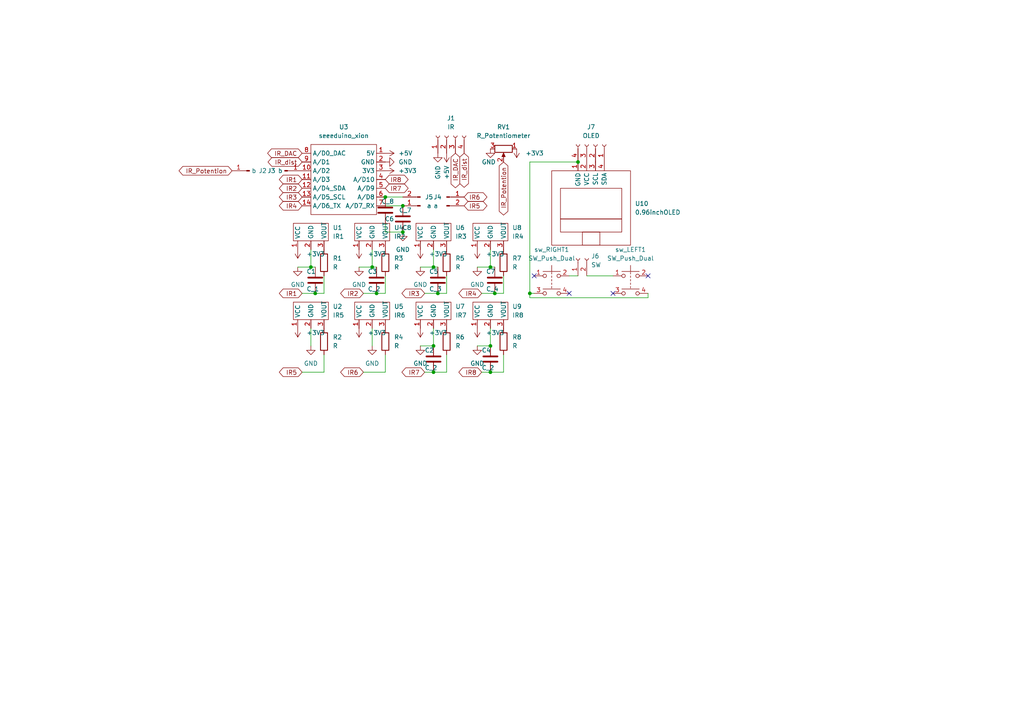
<source format=kicad_sch>
(kicad_sch (version 20211123) (generator eeschema)
  (paper "A4")
  (lib_symbols
    (symbol "Connector:Conn_01x01_Male" (pin_names (offset 1.016) hide)
      (property "Reference" "J" (at 0 2.54 0))
      (property "Value" "Conn_01x01_Male" (at 0 -2.54 0))
      (symbol "Conn_01x01_Male_1_1"
        (polyline (pts (xy 1.27 0) (xy 0.8636 0)) (stroke (width 0.1524)))
        (rectangle (start 0.8636 0.127) (end 0 -0.127) (stroke (width 0.1524)) (fill (type outline)))
        (pin passive line (at 5.08 0 180) (length 3.81) (name "Pin_1") (number "1"))
      )
    )
    (symbol "Connector:Conn_01x02_Female" (pin_names (offset 1.016) hide)
      (property "Reference" "J" (at 0 2.54 0))
      (property "Value" "Conn_01x02_Female" (at 0 -5.08 0))
      (symbol "Conn_01x02_Female_1_1"
        (arc (start 0 -2.032) (mid -0.508 -2.54) (end 0 -3.048) (stroke (width 0.1524)))
        (polyline (pts (xy -1.27 -2.54) (xy -0.508 -2.54)) (stroke (width 0.1524)))
        (polyline (pts (xy -1.27 0) (xy -0.508 0)) (stroke (width 0.1524)))
        (arc (start 0 0.508) (mid -0.508 0) (end 0 -0.508) (stroke (width 0.1524)))
        (pin passive line (at -5.08 0 0) (length 3.81) (name "Pin_1") (number "1"))
        (pin passive line (at -5.08 -2.54 0) (length 3.81) (name "Pin_2") (number "2"))
      )
    )
    (symbol "Connector:Conn_01x02_Male" (pin_names (offset 1.016) hide)
      (property "Reference" "J" (at 0 2.54 0))
      (property "Value" "Conn_01x02_Male" (at 0 -5.08 0))
      (symbol "Conn_01x02_Male_1_1"
        (polyline (pts (xy 1.27 -2.54) (xy 0.8636 -2.54)) (stroke (width 0.1524)))
        (polyline (pts (xy 1.27 0) (xy 0.8636 0)) (stroke (width 0.1524)))
        (rectangle (start 0.8636 -2.413) (end 0 -2.667) (stroke (width 0.1524)) (fill (type outline)))
        (rectangle (start 0.8636 0.127) (end 0 -0.127) (stroke (width 0.1524)) (fill (type outline)))
        (pin passive line (at 5.08 0 180) (length 3.81) (name "Pin_1") (number "1"))
        (pin passive line (at 5.08 -2.54 180) (length 3.81) (name "Pin_2") (number "2"))
      )
    )
    (symbol "Connector:Conn_01x04_Female" (pin_names (offset 1.016) hide)
      (property "Reference" "J" (at 0 5.08 0))
      (property "Value" "Conn_01x04_Female" (at 0 -7.62 0))
      (symbol "Conn_01x04_Female_1_1"
        (arc (start 0 -4.572) (mid -0.508 -5.08) (end 0 -5.588) (stroke (width 0.1524)))
        (arc (start 0 -2.032) (mid -0.508 -2.54) (end 0 -3.048) (stroke (width 0.1524)))
        (polyline (pts (xy -1.27 -5.08) (xy -0.508 -5.08)) (stroke (width 0.1524)))
        (polyline (pts (xy -1.27 -2.54) (xy -0.508 -2.54)) (stroke (width 0.1524)))
        (polyline (pts (xy -1.27 0) (xy -0.508 0)) (stroke (width 0.1524)))
        (polyline (pts (xy -1.27 2.54) (xy -0.508 2.54)) (stroke (width 0.1524)))
        (arc (start 0 0.508) (mid -0.508 0) (end 0 -0.508) (stroke (width 0.1524)))
        (arc (start 0 3.048) (mid -0.508 2.54) (end 0 2.032) (stroke (width 0.1524)))
        (pin passive line (at -5.08 2.54 0) (length 3.81) (name "Pin_1") (number "1"))
        (pin passive line (at -5.08 0 0) (length 3.81) (name "Pin_2") (number "2"))
        (pin passive line (at -5.08 -2.54 0) (length 3.81) (name "Pin_3") (number "3"))
        (pin passive line (at -5.08 -5.08 0) (length 3.81) (name "Pin_4") (number "4"))
      )
    )
    (symbol "Device:C" (pin_numbers hide) (pin_names (offset 0.254))
      (property "Reference" "C" (at 0.635 2.54 0))
      (property "Value" "C" (at 0.635 -2.54 0))
      (symbol "C_0_1"
        (polyline (pts (xy -2.032 -0.762) (xy 2.032 -0.762)) (stroke (width 0.508)))
        (polyline (pts (xy -2.032 0.762) (xy 2.032 0.762)) (stroke (width 0.508)))
      )
      (symbol "C_1_1"
        (pin passive line (at 0 3.81 270) (length 2.794) (name "~") (number "1"))
        (pin passive line (at 0 -3.81 90) (length 2.794) (name "~") (number "2"))
      )
    )
    (symbol "Device:R" (pin_numbers hide) (pin_names (offset 0))
      (property "Reference" "R" (at 2.032 0 90))
      (property "Value" "R" (at 0 0 90))
      (symbol "R_0_1"
        (rectangle (start -1.016 -2.54) (end 1.016 2.54) (stroke (width 0.254)))
      )
      (symbol "R_1_1"
        (pin passive line (at 0 3.81 270) (length 1.27) (name "~") (number "1"))
        (pin passive line (at 0 -3.81 90) (length 1.27) (name "~") (number "2"))
      )
    )
    (symbol "Device:R_Potentiometer" (pin_names (offset 1.016) hide)
      (property "Reference" "RV" (at -4.445 0 90))
      (property "Value" "R_Potentiometer" (at -2.54 0 90))
      (symbol "R_Potentiometer_0_1"
        (polyline (pts (xy 2.54 0) (xy 1.524 0)))
        (polyline (pts (xy 1.143 0) (xy 2.286 0.508) (xy 2.286 -0.508) (xy 1.143 0)) (fill (type outline)))
        (rectangle (start 1.016 2.54) (end -1.016 -2.54) (stroke (width 0.254)))
      )
      (symbol "R_Potentiometer_1_1"
        (pin passive line (at 0 3.81 270) (length 1.27) (name "1") (number "1"))
        (pin passive line (at 3.81 0 180) (length 1.27) (name "2") (number "2"))
        (pin passive line (at 0 -3.81 90) (length 1.27) (name "3") (number "3"))
      )
    )
    (symbol "IR_1"
      (property "Reference" "U1" (at 6.35 -2.5399 0))
      (property "Value" "IR_1" (at 6.35 -5.0799 0))
      (symbol "IR_1_0_1"
        (rectangle (start -5.08 -1.27) (end 5.08 -6.35))
      )
      (symbol "IR_1_1_1"
        (pin input line (at -3.81 -8.89 90) (length 2.54) (name "VCC") (number "1"))
        (pin input line (at 0 -8.89 90) (length 2.54) (name "GND") (number "2"))
        (pin input line (at 3.81 -8.89 90) (length 2.54) (name "VOUT") (number "3"))
      )
    )
    (symbol "OLED:0.96inchOLED"
      (property "Reference" "U" (at 0 0 0))
      (property "Value" "0.96inchOLED" (at 0 0 0))
      (symbol "0.96inchOLED_0_1"
        (rectangle (start -11.43 -7.62) (end 11.43 -29.21))
        (rectangle (start -8.89 -21.59) (end 8.89 -25.4))
        (rectangle (start -8.89 -12.7) (end 8.89 -21.59))
        (rectangle (start -2.54 -25.4) (end 2.54 -29.21))
      )
      (symbol "0.96inchOLED_1_1"
        (pin input line (at -3.81 -5.08 270) (length 2.54) (name "GND") (number "1"))
        (pin input line (at -1.27 -5.08 270) (length 2.54) (name "VCC") (number "2"))
        (pin input line (at 1.27 -5.08 270) (length 2.54) (name "SCL") (number "3"))
        (pin input line (at 3.81 -5.08 270) (length 2.54) (name "SDA") (number "4"))
      )
    )
    (symbol "Switch:SW_Push_Dual" (pin_names (offset 1.016) hide)
      (property "Reference" "SW" (at 1.27 2.54 0))
      (property "Value" "SW_Push_Dual" (at 0 -6.858 0))
      (symbol "SW_Push_Dual_0_1"
        (circle (center -2.032 -5.08) (radius 0.508))
        (circle (center -2.032 0) (radius 0.508))
        (polyline (pts (xy 0 -3.048) (xy 0 -3.556)))
        (polyline (pts (xy 0 -2.032) (xy 0 -2.54)))
        (polyline (pts (xy 0 -1.524) (xy 0 -1.016)))
        (polyline (pts (xy 0 -0.508) (xy 0 0)))
        (polyline (pts (xy 0 0.508) (xy 0 1.016)))
        (polyline (pts (xy 0 1.27) (xy 0 3.048)))
        (polyline (pts (xy 2.54 -3.81) (xy -2.54 -3.81)))
        (polyline (pts (xy 2.54 1.27) (xy -2.54 1.27)))
        (circle (center 2.032 -5.08) (radius 0.508))
        (circle (center 2.032 0) (radius 0.508))
        (pin passive line (at -5.08 0 0) (length 2.54) (name "1") (number "1"))
        (pin passive line (at 5.08 0 180) (length 2.54) (name "2") (number "2"))
        (pin passive line (at -5.08 -5.08 0) (length 2.54) (name "3") (number "3"))
        (pin passive line (at 5.08 -5.08 180) (length 2.54) (name "4") (number "4"))
      )
    )
    (symbol "power:+3V3" (power) (pin_names (offset 0))
      (property "Value" "+3V3" (at 0 3.556 0))
      (symbol "+3V3_0_1"
        (polyline (pts (xy -0.762 1.27) (xy 0 2.54)))
        (polyline (pts (xy 0 0) (xy 0 2.54)))
        (polyline (pts (xy 0 2.54) (xy 0.762 1.27)))
      )
      (symbol "+3V3_1_1"
        (pin power_in line (at 0 0 90) (length 0) hide (name "+3V3") (number "1"))
      )
    )
    (symbol "power:+5V" (power) (pin_names (offset 0))
      (property "Value" "+5V" (at 0 3.556 0))
      (symbol "+5V_0_1"
        (polyline (pts (xy -0.762 1.27) (xy 0 2.54)))
        (polyline (pts (xy 0 0) (xy 0 2.54)))
        (polyline (pts (xy 0 2.54) (xy 0.762 1.27)))
      )
      (symbol "+5V_1_1"
        (pin power_in line (at 0 0 90) (length 0) hide (name "+5V") (number "1"))
      )
    )
    (symbol "power:GND" (power) (pin_names (offset 0))
      (property "Value" "GND" (at 0 -3.81 0))
      (symbol "GND_0_1"
        (polyline (pts (xy 0 0) (xy 0 -1.27) (xy 1.27 -1.27) (xy 0 -2.54) (xy -1.27 -1.27) (xy 0 -1.27)))
      )
      (symbol "GND_1_1"
        (pin power_in line (at 0 0 270) (length 0) hide (name "GND") (number "1"))
      )
    )
    (symbol "seeeduino_xiao:seeeduino_xion"
      (property "Reference" "U" (at 0 0 0))
      (property "Value" "seeeduino_xion" (at 0 0 0))
      (symbol "seeeduino_xion_0_1"
        (rectangle (start -10.16 -1.27) (end 8.89 -21.59))
      )
      (symbol "seeeduino_xion_1_1"
        (pin input line (at 11.43 -3.81 180) (length 2.54) (name "5V") (number "1"))
        (pin input line (at -12.7 -8.89 0) (length 2.54) (name "A/D2") (number "10"))
        (pin input line (at -12.7 -11.43 0) (length 2.54) (name "A/D3") (number "11"))
        (pin input line (at -12.7 -13.97 0) (length 2.54) (name "A/D4_SDA") (number "12"))
        (pin input line (at -12.7 -16.51 0) (length 2.54) (name "A/D5_SCL") (number "13"))
        (pin input line (at -12.7 -19.05 0) (length 2.54) (name "A/D6_TX") (number "14"))
        (pin input line (at 11.43 -6.35 180) (length 2.54) (name "GND") (number "2"))
        (pin input line (at 11.43 -8.89 180) (length 2.54) (name "3V3") (number "3"))
        (pin input line (at 11.43 -11.43 180) (length 2.54) (name "A/D10") (number "4"))
        (pin input line (at 11.43 -13.97 180) (length 2.54) (name "A/D9") (number "5"))
        (pin input line (at 11.43 -16.51 180) (length 2.54) (name "A/D8") (number "6"))
        (pin input line (at 11.43 -19.05 180) (length 2.54) (name "A/D7_RX") (number "7"))
        (pin input line (at -12.7 -3.81 0) (length 2.54) (name "A/D0_DAC") (number "8"))
        (pin input line (at -12.7 -6.35 0) (length 2.54) (name "A/D1") (number "9"))
      )
    )
  )
  (junction (at 142.24 77.47))
  (junction (at 111.76 57.15))
  (junction (at 143.51 85.09))
  (junction (at 107.95 77.47))
  (junction (at 125.73 107.95))
  (junction (at 91.44 85.09))
  (junction (at 116.84 67.31))
  (junction (at 125.73 77.47))
  (junction (at 90.17 77.47))
  (junction (at 142.24 100.33))
  (junction (at 127 85.09))
  (junction (at 125.73 100.33))
  (junction (at 142.24 107.95))
  (junction (at 153.67 85.09))
  (junction (at 116.84 59.69))
  (junction (at 109.22 85.09))
  (junction (at 167.64 46.99))
  (no_connect (at 165.1 85.09))
  (no_connect (at 154.94 80.01))
  (no_connect (at 177.8 85.09))
  (no_connect (at 187.96 80.01))
  (wire (pts (xy 129.54 102.87) (xy 129.54 107.95)))
  (wire (pts (xy 93.98 80.01) (xy 93.98 85.09)))
  (wire (pts (xy 121.92 100.33) (xy 125.73 100.33)))
  (wire (pts (xy 187.96 86.36) (xy 187.96 85.09)))
  (wire (pts (xy 90.17 100.33) (xy 90.17 95.25)))
  (wire (pts (xy 91.44 85.09) (xy 93.98 85.09)))
  (wire (pts (xy 127 85.09) (xy 129.54 85.09)))
  (wire (pts (xy 165.1 80.01) (xy 167.64 80.01)))
  (wire (pts (xy 143.51 77.47) (xy 142.24 77.47)))
  (wire (pts (xy 105.41 85.09) (xy 109.22 85.09)))
  (wire (pts (xy 153.67 46.99) (xy 153.67 85.09)))
  (wire (pts (xy 111.76 67.31) (xy 116.84 67.31)))
  (wire (pts (xy 109.22 77.47) (xy 107.95 77.47)))
  (wire (pts (xy 153.67 85.09) (xy 153.67 86.36)))
  (wire (pts (xy 123.19 107.95) (xy 125.73 107.95)))
  (wire (pts (xy 167.64 46.99) (xy 153.67 46.99)))
  (wire (pts (xy 87.63 107.95) (xy 93.98 107.95)))
  (wire (pts (xy 139.7 107.95) (xy 142.24 107.95)))
  (wire (pts (xy 142.24 77.47) (xy 142.24 72.39)))
  (wire (pts (xy 129.54 80.01) (xy 129.54 85.09)))
  (wire (pts (xy 127 77.47) (xy 125.73 77.47)))
  (wire (pts (xy 107.95 77.47) (xy 107.95 72.39)))
  (wire (pts (xy 116.84 59.69) (xy 111.76 59.69)))
  (wire (pts (xy 142.24 100.33) (xy 142.24 95.25)))
  (wire (pts (xy 138.43 100.33) (xy 142.24 100.33)))
  (wire (pts (xy 111.76 80.01) (xy 111.76 85.09)))
  (wire (pts (xy 107.95 100.33) (xy 107.95 95.25)))
  (wire (pts (xy 93.98 102.87) (xy 93.98 107.95)))
  (wire (pts (xy 90.17 77.47) (xy 90.17 72.39)))
  (wire (pts (xy 146.05 102.87) (xy 146.05 107.95)))
  (wire (pts (xy 104.14 77.47) (xy 107.95 77.47)))
  (wire (pts (xy 146.05 80.01) (xy 146.05 85.09)))
  (wire (pts (xy 143.51 85.09) (xy 146.05 85.09)))
  (wire (pts (xy 138.43 77.47) (xy 142.24 77.47)))
  (wire (pts (xy 121.92 77.47) (xy 125.73 77.47)))
  (wire (pts (xy 116.84 57.15) (xy 111.76 57.15)))
  (wire (pts (xy 142.24 107.95) (xy 146.05 107.95)))
  (wire (pts (xy 125.73 107.95) (xy 129.54 107.95)))
  (wire (pts (xy 86.36 77.47) (xy 90.17 77.47)))
  (wire (pts (xy 153.67 85.09) (xy 154.94 85.09)))
  (wire (pts (xy 91.44 77.47) (xy 90.17 77.47)))
  (wire (pts (xy 111.76 64.77) (xy 111.76 67.31)))
  (wire (pts (xy 125.73 77.47) (xy 125.73 72.39)))
  (wire (pts (xy 139.7 85.09) (xy 143.51 85.09)))
  (wire (pts (xy 125.73 100.33) (xy 125.73 95.25)))
  (wire (pts (xy 111.76 102.87) (xy 111.76 107.95)))
  (wire (pts (xy 105.41 107.95) (xy 111.76 107.95)))
  (wire (pts (xy 87.63 85.09) (xy 91.44 85.09)))
  (wire (pts (xy 153.67 86.36) (xy 187.96 86.36)))
  (wire (pts (xy 170.18 80.01) (xy 177.8 80.01)))
  (wire (pts (xy 123.19 85.09) (xy 127 85.09)))
  (wire (pts (xy 109.22 85.09) (xy 111.76 85.09)))
  (global_label "IR8" (shape bidirectional) (at 139.7 107.95 180) (property "Intersheet References" "${INTERSHEET_REFS}" (effects hide)))
  (global_label "IR8" (shape bidirectional) (at 111.76 52.07 0) (property "Intersheet References" "${INTERSHEET_REFS}" (effects hide)))
  (global_label "IR_DAC" (shape bidirectional) (at 87.63 44.45 180) (property "Intersheet References" "${INTERSHEET_REFS}" (effects hide)))
  (global_label "IR6" (shape bidirectional) (at 134.62 57.15 0) (property "Intersheet References" "${INTERSHEET_REFS}" (effects hide)))
  (global_label "IR5" (shape bidirectional) (at 134.62 59.69 0) (property "Intersheet References" "${INTERSHEET_REFS}" (effects hide)))
  (global_label "IR5" (shape bidirectional) (at 87.63 107.95 180) (property "Intersheet References" "${INTERSHEET_REFS}" (effects hide)))
  (global_label "IR4" (shape bidirectional) (at 87.63 59.69 180) (property "Intersheet References" "${INTERSHEET_REFS}" (effects hide)))
  (global_label "IR2" (shape bidirectional) (at 105.41 85.09 180) (property "Intersheet References" "${INTERSHEET_REFS}" (effects hide)))
  (global_label "IR7" (shape bidirectional) (at 123.19 107.95 180) (property "Intersheet References" "${INTERSHEET_REFS}" (effects hide)))
  (global_label "IR_dist" (shape bidirectional) (at 134.62 44.45 270) (property "Intersheet References" "${INTERSHEET_REFS}" (effects hide)))
  (global_label "IR1" (shape bidirectional) (at 87.63 52.07 180) (property "Intersheet References" "${INTERSHEET_REFS}" (effects hide)))
  (global_label "IR1" (shape bidirectional) (at 87.63 85.09 180) (property "Intersheet References" "${INTERSHEET_REFS}" (effects hide)))
  (global_label "IR3" (shape bidirectional) (at 123.19 85.09 180) (property "Intersheet References" "${INTERSHEET_REFS}" (effects hide)))
  (global_label "IR3" (shape bidirectional) (at 87.63 57.15 180) (property "Intersheet References" "${INTERSHEET_REFS}" (effects hide)))
  (global_label "IR6" (shape bidirectional) (at 105.41 107.95 180) (property "Intersheet References" "${INTERSHEET_REFS}" (effects hide)))
  (global_label "IR_dist" (shape bidirectional) (at 87.63 46.99 180) (property "Intersheet References" "${INTERSHEET_REFS}" (effects hide)))
  (global_label "IR2" (shape bidirectional) (at 87.63 54.61 180) (property "Intersheet References" "${INTERSHEET_REFS}" (effects hide)))
  (global_label "IR_Potention" (shape bidirectional) (at 67.31 49.53 180) (property "Intersheet References" "${INTERSHEET_REFS}" (effects hide)))
  (global_label "IR7" (shape bidirectional) (at 111.76 54.61 0) (property "Intersheet References" "${INTERSHEET_REFS}" (effects hide)))
  (global_label "IR4" (shape bidirectional) (at 139.7 85.09 180) (property "Intersheet References" "${INTERSHEET_REFS}" (effects hide)))
  (global_label "IR_DAC" (shape bidirectional) (at 132.08 44.45 270) (property "Intersheet References" "${INTERSHEET_REFS}" (effects hide)))
  (global_label "IR_Potention" (shape bidirectional) (at 146.05 46.99 270) (property "Intersheet References" "${INTERSHEET_REFS}" (effects hide)))
  (symbol (lib_id "Device:R") (at 111.76 76.2 0) (unit 1)
    (property "Reference" "R3" (at 114.3 74.9299 0) (effects (justify left)))
    (property "Value" "R" (at 114.3 77.4699 0) (effects (justify left)))
    (property "Footprint" "MINE:R" (effects hide))
  )
  (symbol (lib_id "OLED:0.96inchOLED") (at 171.45 41.91 0) (unit 1)
    (property "Reference" "U10" (at 184.15 59.0549 0) (effects (justify left)))
    (property "Value" "0.96inchOLED" (at 184.15 61.5949 0) (effects (justify left)))
    (property "Footprint" "OLED:0.96inchOLED" (effects hide))
  )
  (symbol (lib_id "power:+3V3") (at 104.14 72.39 180) (unit 1)
    (property "Reference" "#PWR0102" (effects hide))
    (property "Value" "+3V3" (at 106.68 73.6599 0) (effects (justify right)))
  )
  (symbol (lib_id "Connector:Conn_01x01_Male") (at 82.55 49.53 0) (unit 1)
    (property "Reference" "J3" (at 78.74 49.53 0))
    (property "Value" "b" (at 81.28 49.53 0))
    (property "Footprint" "Connector_PinHeader_2.54mm:PinHeader_1x01_P2.54mm_Vertical" (effects hide))
  )
  (symbol (lib_id "Device:R") (at 146.05 76.2 0) (unit 1)
    (property "Reference" "R7" (at 148.59 74.9299 0) (effects (justify left)))
    (property "Value" "R" (at 148.59 77.4699 0) (effects (justify left)))
    (property "Footprint" "MINE:R" (effects hide))
  )
  (symbol (lib_id "Device:R") (at 93.98 76.2 0) (unit 1)
    (property "Reference" "R1" (at 96.52 74.9299 0) (effects (justify left)))
    (property "Value" "R" (at 96.52 77.4699 0) (effects (justify left)))
    (property "Footprint" "MINE:R" (effects hide))
  )
  (symbol (lib_name "IR_1") (lib_id "MINE:IR") (at 90.17 86.36 0) (unit 1)
    (property "Reference" "U2" (at 96.52 88.8999 0) (effects (justify left)))
    (property "Value" "IR5" (at 96.52 91.4399 0) (effects (justify left)))
    (property "Footprint" "Connector_PinHeader_2.54mm:PinHeader_1x03_P2.54mm_Vertical" (effects hide))
  )
  (symbol (lib_id "Device:C") (at 116.84 63.5 180) (unit 1)
    (property "Reference" "C8" (at 119.38 66.04 0) (effects (justify left)))
    (property "Value" "C_7" (at 119.38 60.96 0) (effects (justify left)))
    (property "Footprint" "Connector_PinHeader_2.54mm:PinHeader_1x02_P2.54mm_Vertical" (effects hide))
  )
  (symbol (lib_id "Connector:Conn_01x02_Male") (at 129.54 57.15 0) (unit 1)
    (property "Reference" "J5" (at 124.46 57.15 0))
    (property "Value" "a" (at 124.46 59.69 0))
    (property "Footprint" "Connector_PinHeader_2.54mm:PinHeader_1x02_P2.54mm_Vertical" (effects hide))
  )
  (symbol (lib_id "Device:R") (at 129.54 76.2 0) (unit 1)
    (property "Reference" "R5" (at 132.08 74.9299 0) (effects (justify left)))
    (property "Value" "R" (at 132.08 77.4699 0) (effects (justify left)))
    (property "Footprint" "MINE:R" (effects hide))
  )
  (symbol (lib_name "IR_1") (lib_id "MINE:IR") (at 90.17 63.5 0) (unit 1)
    (property "Reference" "U1" (at 96.52 66.0399 0) (effects (justify left)))
    (property "Value" "IR1" (at 96.52 68.5799 0) (effects (justify left)))
    (property "Footprint" "Connector_PinHeader_2.54mm:PinHeader_1x03_P2.54mm_Vertical" (effects hide))
  )
  (symbol (lib_name "IR_1") (lib_id "MINE:IR") (at 125.73 86.36 0) (unit 1)
    (property "Reference" "U7" (at 132.08 88.8999 0) (effects (justify left)))
    (property "Value" "IR7" (at 132.08 91.4399 0) (effects (justify left)))
    (property "Footprint" "Connector_PinHeader_2.54mm:PinHeader_1x03_P2.54mm_Vertical" (effects hide))
  )
  (symbol (lib_id "Device:R_Potentiometer") (at 146.05 43.18 270) (unit 1)
    (property "Reference" "RV1" (at 146.05 36.83 90))
    (property "Value" "R_Potentiometer" (at 146.05 39.37 90))
    (property "Footprint" "R_Potentiometer:Potentiometer" (effects hide))
  )
  (symbol (lib_id "Device:R") (at 146.05 99.06 0) (unit 1)
    (property "Reference" "R8" (at 148.59 97.7899 0) (effects (justify left)))
    (property "Value" "R" (at 148.59 100.3299 0) (effects (justify left)))
    (property "Footprint" "MINE:R" (effects hide))
  )
  (symbol (lib_id "Device:C") (at 125.73 104.14 0) (unit 1)
    (property "Reference" "C2" (at 123.19 101.6 0) (effects (justify left)))
    (property "Value" "C_2" (at 123.19 106.68 0) (effects (justify left)))
    (property "Footprint" "Connector_PinHeader_2.54mm:PinHeader_1x02_P2.54mm_Vertical" (effects hide))
  )
  (symbol (lib_id "Device:C") (at 109.22 81.28 0) (unit 1)
    (property "Reference" "C3" (at 106.68 78.74 0) (effects (justify left)))
    (property "Value" "C_2" (at 106.68 83.82 0) (effects (justify left)))
    (property "Footprint" "Connector_PinHeader_2.54mm:PinHeader_1x02_P2.54mm_Vertical" (effects hide))
  )
  (symbol (lib_id "power:GND") (at 127 44.45 0) (mirror y) (unit 1)
    (property "Reference" "#PWR0117" (effects hide))
    (property "Value" "GND" (at 127 52.07 90) (effects (justify left)))
  )
  (symbol (lib_id "power:+3V3") (at 86.36 72.39 180) (unit 1)
    (property "Reference" "#PWR0118" (effects hide))
    (property "Value" "+3V3" (at 88.9 73.6599 0) (effects (justify right)))
  )
  (symbol (lib_id "power:GND") (at 111.76 46.99 90) (unit 1)
    (property "Reference" "#PWR0120" (effects hide))
    (property "Value" "GND" (at 115.57 46.9899 90) (effects (justify right)))
  )
  (symbol (lib_id "power:GND") (at 104.14 77.47 0) (unit 1)
    (property "Reference" "#PWR0107" (effects hide))
    (property "Value" "GND" (at 104.14 82.55 0))
  )
  (symbol (lib_id "power:GND") (at 116.84 67.31 0) (unit 1)
    (property "Reference" "#PWR0124" (effects hide))
    (property "Value" "GND" (at 116.84 72.39 0))
  )
  (symbol (lib_name "IR_1") (lib_id "MINE:IR") (at 125.73 63.5 0) (unit 1)
    (property "Reference" "U6" (at 132.08 66.0399 0) (effects (justify left)))
    (property "Value" "IR3" (at 132.08 68.5799 0) (effects (justify left)))
    (property "Footprint" "Connector_PinHeader_2.54mm:PinHeader_1x03_P2.54mm_Vertical" (effects hide))
  )
  (symbol (lib_name "IR_1") (lib_id "MINE:IR") (at 142.24 63.5 0) (unit 1)
    (property "Reference" "U8" (at 148.59 66.0399 0) (effects (justify left)))
    (property "Value" "IR4" (at 148.59 68.5799 0) (effects (justify left)))
    (property "Footprint" "Connector_PinHeader_2.54mm:PinHeader_1x03_P2.54mm_Vertical" (effects hide))
  )
  (symbol (lib_id "power:+3V3") (at 111.76 49.53 270) (unit 1)
    (property "Reference" "#PWR0119" (effects hide))
    (property "Value" "+3V3" (at 115.57 49.5299 90) (effects (justify left)))
  )
  (symbol (lib_id "Connector:Conn_01x04_Female") (at 172.72 41.91 270) (mirror x) (unit 1)
    (property "Reference" "J7" (at 171.45 36.83 90))
    (property "Value" "OLED" (at 171.45 39.37 90))
    (property "Footprint" "Connector_PinSocket_2.54mm:PinSocket_1x04_P2.54mm_Horizontal" (effects hide))
  )
  (symbol (lib_id "power:GND") (at 142.24 43.18 0) (unit 1)
    (property "Reference" "#PWR0122" (effects hide))
    (property "Value" "GND" (at 139.7 46.99 0) (effects (justify left)))
  )
  (symbol (lib_id "Connector:Conn_01x04_Female") (at 129.54 39.37 90) (unit 1)
    (property "Reference" "J1" (at 130.81 34.29 90))
    (property "Value" "IR" (at 130.81 36.83 90))
    (property "Footprint" "Connector_PinSocket_2.54mm:PinSocket_1x04_P2.54mm_Horizontal" (effects hide))
  )
  (symbol (lib_id "power:GND") (at 138.43 100.33 0) (unit 1)
    (property "Reference" "#PWR0110" (effects hide))
    (property "Value" "GND" (at 138.43 105.41 0))
  )
  (symbol (lib_id "power:GND") (at 138.43 77.47 0) (unit 1)
    (property "Reference" "#PWR0112" (effects hide))
    (property "Value" "GND" (at 138.43 82.55 0))
  )
  (symbol (lib_id "power:GND") (at 86.36 77.47 0) (unit 1)
    (property "Reference" "#PWR0108" (effects hide))
    (property "Value" "GND" (at 86.36 82.55 0))
  )
  (symbol (lib_id "Device:R") (at 111.76 99.06 0) (unit 1)
    (property "Reference" "R4" (at 114.3 97.7899 0) (effects (justify left)))
    (property "Value" "R" (at 114.3 100.3299 0) (effects (justify left)))
    (property "Footprint" "MINE:R" (effects hide))
  )
  (symbol (lib_name "IR_1") (lib_id "MINE:IR") (at 142.24 86.36 0) (unit 1)
    (property "Reference" "U9" (at 148.59 88.8999 0) (effects (justify left)))
    (property "Value" "IR8" (at 148.59 91.4399 0) (effects (justify left)))
    (property "Footprint" "Connector_PinHeader_2.54mm:PinHeader_1x03_P2.54mm_Vertical" (effects hide))
  )
  (symbol (lib_id "power:GND") (at 121.92 100.33 0) (unit 1)
    (property "Reference" "#PWR0104" (effects hide))
    (property "Value" "GND" (at 121.92 105.41 0))
  )
  (symbol (lib_id "power:+3V3") (at 104.14 95.25 180) (unit 1)
    (property "Reference" "#PWR0103" (effects hide))
    (property "Value" "+3V3" (at 106.68 96.5199 0) (effects (justify right)))
  )
  (symbol (lib_id "power:+5V") (at 129.54 44.45 0) (mirror x) (unit 1)
    (property "Reference" "#PWR0116" (effects hide))
    (property "Value" "+5V" (at 129.54 52.07 90) (effects (justify right)))
  )
  (symbol (lib_id "power:GND") (at 90.17 100.33 0) (unit 1)
    (property "Reference" "#PWR0109" (effects hide))
    (property "Value" "GND" (at 90.17 105.41 0))
  )
  (symbol (lib_id "power:+3V3") (at 86.36 95.25 180) (unit 1)
    (property "Reference" "#PWR0106" (effects hide))
    (property "Value" "+3V3" (at 88.9 96.5199 0) (effects (justify right)))
  )
  (symbol (lib_id "Device:C") (at 127 81.28 0) (unit 1)
    (property "Reference" "C5" (at 124.46 78.74 0) (effects (justify left)))
    (property "Value" "C_3" (at 124.46 83.82 0) (effects (justify left)))
    (property "Footprint" "Connector_PinHeader_2.54mm:PinHeader_1x02_P2.54mm_Vertical" (effects hide))
  )
  (symbol (lib_name "IR_1") (lib_id "MINE:IR") (at 107.95 86.36 0) (unit 1)
    (property "Reference" "U5" (at 114.3 88.8999 0) (effects (justify left)))
    (property "Value" "IR6" (at 114.3 91.4399 0) (effects (justify left)))
    (property "Footprint" "Connector_PinHeader_2.54mm:PinHeader_1x03_P2.54mm_Vertical" (effects hide))
  )
  (symbol (lib_id "Connector:Conn_01x01_Male") (at 72.39 49.53 180) (unit 1)
    (property "Reference" "J2" (at 76.2 49.53 0))
    (property "Value" "b" (at 73.66 49.53 0))
    (property "Footprint" "Connector_PinHeader_2.54mm:PinHeader_1x01_P2.54mm_Vertical" (effects hide))
  )
  (symbol (lib_id "Device:C") (at 91.44 81.28 0) (unit 1)
    (property "Reference" "C1" (at 88.9 78.74 0) (effects (justify left)))
    (property "Value" "C_1" (at 88.9 83.82 0) (effects (justify left)))
    (property "Footprint" "Connector_PinHeader_2.54mm:PinHeader_1x02_P2.54mm_Vertical" (effects hide))
  )
  (symbol (lib_id "Switch:SW_Push_Dual") (at 182.88 80.01 0) (unit 1)
    (property "Reference" "sw_LEFT1" (at 182.88 72.39 0))
    (property "Value" "SW_Push_Dual" (at 182.88 74.93 0))
    (property "Footprint" "TACTSW:TACTSW" (effects hide))
  )
  (symbol (lib_id "Connector:Conn_01x02_Female") (at 167.64 74.93 90) (unit 1)
    (property "Reference" "J6" (at 171.45 74.2949 90) (effects (justify right)))
    (property "Value" "SW" (at 171.45 76.8349 90) (effects (justify right)))
    (property "Footprint" "Connector_PinSocket_2.54mm:PinSocket_1x02_P2.54mm_Horizontal" (effects hide))
  )
  (symbol (lib_id "power:+3V3") (at 138.43 72.39 180) (unit 1)
    (property "Reference" "#PWR0114" (effects hide))
    (property "Value" "+3V3" (at 140.97 73.6599 0) (effects (justify right)))
  )
  (symbol (lib_id "power:GND") (at 121.92 77.47 0) (unit 1)
    (property "Reference" "#PWR0101" (effects hide))
    (property "Value" "GND" (at 121.92 82.55 0))
  )
  (symbol (lib_id "Device:R") (at 129.54 99.06 0) (unit 1)
    (property "Reference" "R6" (at 132.08 97.7899 0) (effects (justify left)))
    (property "Value" "R" (at 132.08 100.3299 0) (effects (justify left)))
    (property "Footprint" "MINE:R" (effects hide))
  )
  (symbol (lib_id "power:+3V3") (at 138.43 95.25 180) (unit 1)
    (property "Reference" "#PWR0111" (effects hide))
    (property "Value" "+3V3" (at 140.97 96.5199 0) (effects (justify right)))
  )
  (symbol (lib_id "power:+3V3") (at 121.92 95.25 180) (unit 1)
    (property "Reference" "#PWR0113" (effects hide))
    (property "Value" "+3V3" (at 124.46 96.5199 0) (effects (justify right)))
  )
  (symbol (lib_id "Device:C") (at 111.76 60.96 180) (unit 1)
    (property "Reference" "C6" (at 114.3 63.5 0) (effects (justify left)))
    (property "Value" "C_8" (at 114.3 58.42 0) (effects (justify left)))
    (property "Footprint" "Connector_PinHeader_2.54mm:PinHeader_1x02_P2.54mm_Vertical" (effects hide))
  )
  (symbol (lib_name "IR_1") (lib_id "MINE:IR") (at 107.95 63.5 0) (unit 1)
    (property "Reference" "U4" (at 114.3 66.0399 0) (effects (justify left)))
    (property "Value" "IR2" (at 114.3 68.5799 0) (effects (justify left)))
    (property "Footprint" "Connector_PinHeader_2.54mm:PinHeader_1x03_P2.54mm_Vertical" (effects hide))
  )
  (symbol (lib_id "power:+3V3") (at 121.92 72.39 180) (unit 1)
    (property "Reference" "#PWR0115" (effects hide))
    (property "Value" "+3V3" (at 124.46 73.6599 0) (effects (justify right)))
  )
  (symbol (lib_id "power:GND") (at 107.95 100.33 0) (unit 1)
    (property "Reference" "#PWR0105" (effects hide))
    (property "Value" "GND" (at 107.95 105.41 0))
  )
  (symbol (lib_id "Device:C") (at 142.24 104.14 0) (unit 1)
    (property "Reference" "C4" (at 139.7 101.6 0) (effects (justify left)))
    (property "Value" "C_2" (at 139.7 106.68 0) (effects (justify left)))
    (property "Footprint" "Connector_PinHeader_2.54mm:PinHeader_1x02_P2.54mm_Vertical" (effects hide))
  )
  (symbol (lib_id "Device:C") (at 143.51 81.28 0) (unit 1)
    (property "Reference" "C7" (at 140.97 78.74 0) (effects (justify left)))
    (property "Value" "C_4" (at 140.97 83.82 0) (effects (justify left)))
    (property "Footprint" "Connector_PinHeader_2.54mm:PinHeader_1x02_P2.54mm_Vertical" (effects hide))
  )
  (symbol (lib_id "Switch:SW_Push_Dual") (at 160.02 80.01 0) (unit 1)
    (property "Reference" "sw_RIGHT1" (at 160.02 72.39 0))
    (property "Value" "SW_Push_Dual" (at 160.02 74.93 0))
    (property "Footprint" "TACTSW:TACTSW" (effects hide))
  )
  (symbol (lib_id "Device:R") (at 93.98 99.06 0) (unit 1)
    (property "Reference" "R2" (at 96.52 97.7899 0) (effects (justify left)))
    (property "Value" "R" (at 96.52 100.3299 0) (effects (justify left)))
    (property "Footprint" "MINE:R" (effects hide))
  )
  (symbol (lib_id "power:+5V") (at 111.76 44.45 270) (unit 1)
    (property "Reference" "#PWR0121" (effects hide))
    (property "Value" "+5V" (at 115.57 44.4499 90) (effects (justify left)))
  )
  (symbol (lib_id "power:+3V3") (at 149.86 43.18 180) (unit 1)
    (property "Reference" "#PWR0123" (effects hide))
    (property "Value" "+3V3" (at 152.4 44.4499 0) (effects (justify right)))
  )
  (symbol (lib_id "Connector:Conn_01x02_Male") (at 121.92 59.69 180) (unit 1)
    (property "Reference" "J4" (at 125.73 57.1499 0) (effects (justify right)))
    (property "Value" "a" (at 125.73 59.6899 0) (effects (justify right)))
    (property "Footprint" "Connector_PinHeader_2.54mm:PinHeader_1x02_P2.54mm_Vertical" (effects hide))
  )
  (symbol (lib_id "seeeduino_xiao:seeeduino_xion") (at 100.33 40.64 0) (unit 1)
    (property "Reference" "U3" (at 99.695 36.83 0))
    (property "Value" "seeeduino_xion" (at 99.695 39.37 0))
    (property "Footprint" "seeeduino_xiao:seeeduino_xiao" (effects hide))
  )
)
</source>
